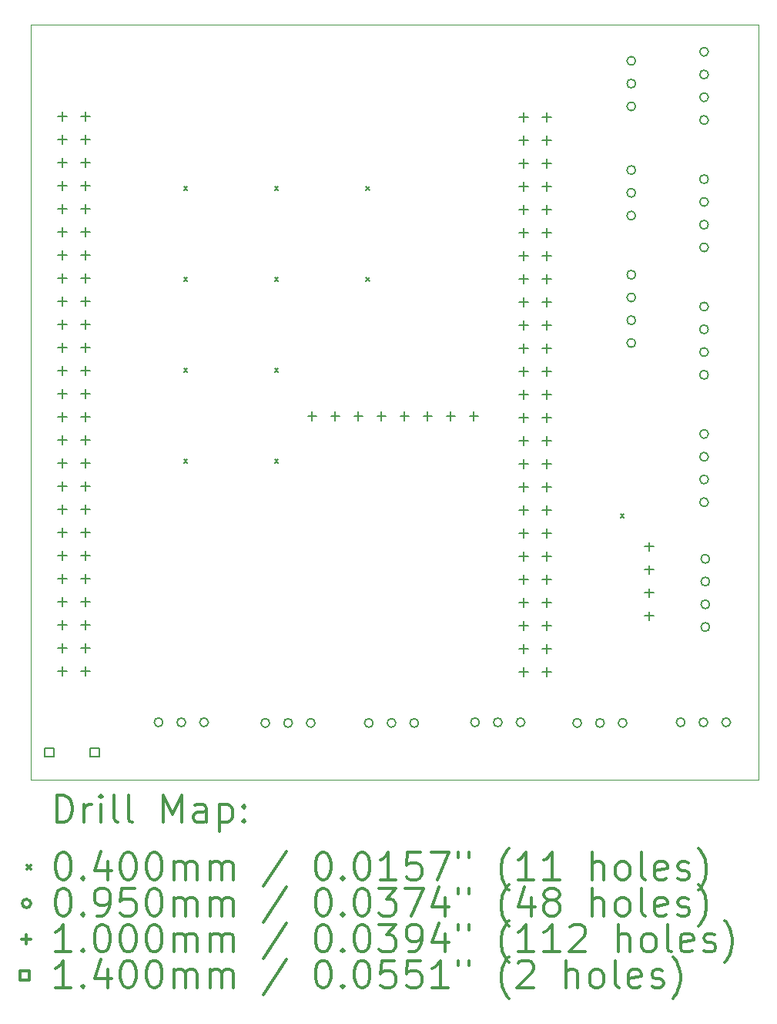
<source format=gbr>
%FSLAX45Y45*%
G04 Gerber Fmt 4.5, Leading zero omitted, Abs format (unit mm)*
G04 Created by KiCad (PCBNEW (5.1.10)-1) date 2022-05-23 20:21:30*
%MOMM*%
%LPD*%
G01*
G04 APERTURE LIST*
%TA.AperFunction,Profile*%
%ADD10C,0.050000*%
%TD*%
%ADD11C,0.200000*%
%ADD12C,0.300000*%
G04 APERTURE END LIST*
D10*
X17300000Y-6200000D02*
X25300000Y-6200000D01*
X17300000Y-14500000D02*
X17300000Y-6200000D01*
X25300000Y-14500000D02*
X17300000Y-14500000D01*
X25300000Y-6200000D02*
X25300000Y-14500000D01*
D11*
X18980000Y-7980000D02*
X19020000Y-8020000D01*
X19020000Y-7980000D02*
X18980000Y-8020000D01*
X18980000Y-8980000D02*
X19020000Y-9020000D01*
X19020000Y-8980000D02*
X18980000Y-9020000D01*
X18980000Y-9980000D02*
X19020000Y-10020000D01*
X19020000Y-9980000D02*
X18980000Y-10020000D01*
X18980000Y-10980000D02*
X19020000Y-11020000D01*
X19020000Y-10980000D02*
X18980000Y-11020000D01*
X19980000Y-7980000D02*
X20020000Y-8020000D01*
X20020000Y-7980000D02*
X19980000Y-8020000D01*
X19980000Y-8980000D02*
X20020000Y-9020000D01*
X20020000Y-8980000D02*
X19980000Y-9020000D01*
X19980000Y-9980000D02*
X20020000Y-10020000D01*
X20020000Y-9980000D02*
X19980000Y-10020000D01*
X19980000Y-10980000D02*
X20020000Y-11020000D01*
X20020000Y-10980000D02*
X19980000Y-11020000D01*
X20980000Y-7980000D02*
X21020000Y-8020000D01*
X21020000Y-7980000D02*
X20980000Y-8020000D01*
X20980000Y-8980000D02*
X21020000Y-9020000D01*
X21020000Y-8980000D02*
X20980000Y-9020000D01*
X23780000Y-11580000D02*
X23820000Y-11620000D01*
X23820000Y-11580000D02*
X23780000Y-11620000D01*
X18749900Y-13868400D02*
G75*
G03*
X18749900Y-13868400I-47500J0D01*
G01*
X18999900Y-13868400D02*
G75*
G03*
X18999900Y-13868400I-47500J0D01*
G01*
X19249900Y-13868400D02*
G75*
G03*
X19249900Y-13868400I-47500J0D01*
G01*
X19924100Y-13875400D02*
G75*
G03*
X19924100Y-13875400I-47500J0D01*
G01*
X20174100Y-13875400D02*
G75*
G03*
X20174100Y-13875400I-47500J0D01*
G01*
X20424100Y-13875400D02*
G75*
G03*
X20424100Y-13875400I-47500J0D01*
G01*
X21061300Y-13875400D02*
G75*
G03*
X21061300Y-13875400I-47500J0D01*
G01*
X21311300Y-13875400D02*
G75*
G03*
X21311300Y-13875400I-47500J0D01*
G01*
X21561300Y-13875400D02*
G75*
G03*
X21561300Y-13875400I-47500J0D01*
G01*
X22229700Y-13868400D02*
G75*
G03*
X22229700Y-13868400I-47500J0D01*
G01*
X22479700Y-13868400D02*
G75*
G03*
X22479700Y-13868400I-47500J0D01*
G01*
X22729700Y-13868400D02*
G75*
G03*
X22729700Y-13868400I-47500J0D01*
G01*
X23353100Y-13875400D02*
G75*
G03*
X23353100Y-13875400I-47500J0D01*
G01*
X23603100Y-13875400D02*
G75*
G03*
X23603100Y-13875400I-47500J0D01*
G01*
X23853100Y-13875400D02*
G75*
G03*
X23853100Y-13875400I-47500J0D01*
G01*
X23947500Y-6600000D02*
G75*
G03*
X23947500Y-6600000I-47500J0D01*
G01*
X23947500Y-6850000D02*
G75*
G03*
X23947500Y-6850000I-47500J0D01*
G01*
X23947500Y-7100000D02*
G75*
G03*
X23947500Y-7100000I-47500J0D01*
G01*
X23947500Y-7800000D02*
G75*
G03*
X23947500Y-7800000I-47500J0D01*
G01*
X23947500Y-8050000D02*
G75*
G03*
X23947500Y-8050000I-47500J0D01*
G01*
X23947500Y-8300000D02*
G75*
G03*
X23947500Y-8300000I-47500J0D01*
G01*
X23947500Y-8950000D02*
G75*
G03*
X23947500Y-8950000I-47500J0D01*
G01*
X23947500Y-9200000D02*
G75*
G03*
X23947500Y-9200000I-47500J0D01*
G01*
X23947500Y-9450000D02*
G75*
G03*
X23947500Y-9450000I-47500J0D01*
G01*
X23947500Y-9700000D02*
G75*
G03*
X23947500Y-9700000I-47500J0D01*
G01*
X24490300Y-13868400D02*
G75*
G03*
X24490300Y-13868400I-47500J0D01*
G01*
X24740300Y-13868400D02*
G75*
G03*
X24740300Y-13868400I-47500J0D01*
G01*
X24747500Y-6500000D02*
G75*
G03*
X24747500Y-6500000I-47500J0D01*
G01*
X24747500Y-6750000D02*
G75*
G03*
X24747500Y-6750000I-47500J0D01*
G01*
X24747500Y-7000000D02*
G75*
G03*
X24747500Y-7000000I-47500J0D01*
G01*
X24747500Y-7250000D02*
G75*
G03*
X24747500Y-7250000I-47500J0D01*
G01*
X24747500Y-7900000D02*
G75*
G03*
X24747500Y-7900000I-47500J0D01*
G01*
X24747500Y-8150000D02*
G75*
G03*
X24747500Y-8150000I-47500J0D01*
G01*
X24747500Y-8400000D02*
G75*
G03*
X24747500Y-8400000I-47500J0D01*
G01*
X24747500Y-8650000D02*
G75*
G03*
X24747500Y-8650000I-47500J0D01*
G01*
X24747500Y-9300000D02*
G75*
G03*
X24747500Y-9300000I-47500J0D01*
G01*
X24747500Y-9550000D02*
G75*
G03*
X24747500Y-9550000I-47500J0D01*
G01*
X24747500Y-9800000D02*
G75*
G03*
X24747500Y-9800000I-47500J0D01*
G01*
X24747500Y-10050000D02*
G75*
G03*
X24747500Y-10050000I-47500J0D01*
G01*
X24747500Y-10700000D02*
G75*
G03*
X24747500Y-10700000I-47500J0D01*
G01*
X24747500Y-10950000D02*
G75*
G03*
X24747500Y-10950000I-47500J0D01*
G01*
X24747500Y-11200000D02*
G75*
G03*
X24747500Y-11200000I-47500J0D01*
G01*
X24747500Y-11450000D02*
G75*
G03*
X24747500Y-11450000I-47500J0D01*
G01*
X24761700Y-12071400D02*
G75*
G03*
X24761700Y-12071400I-47500J0D01*
G01*
X24761700Y-12321400D02*
G75*
G03*
X24761700Y-12321400I-47500J0D01*
G01*
X24761700Y-12571400D02*
G75*
G03*
X24761700Y-12571400I-47500J0D01*
G01*
X24761700Y-12821400D02*
G75*
G03*
X24761700Y-12821400I-47500J0D01*
G01*
X24990300Y-13868400D02*
G75*
G03*
X24990300Y-13868400I-47500J0D01*
G01*
X17642400Y-7160600D02*
X17642400Y-7260600D01*
X17592400Y-7210600D02*
X17692400Y-7210600D01*
X17642400Y-7414600D02*
X17642400Y-7514600D01*
X17592400Y-7464600D02*
X17692400Y-7464600D01*
X17642400Y-7668600D02*
X17642400Y-7768600D01*
X17592400Y-7718600D02*
X17692400Y-7718600D01*
X17642400Y-7922600D02*
X17642400Y-8022600D01*
X17592400Y-7972600D02*
X17692400Y-7972600D01*
X17642400Y-8176600D02*
X17642400Y-8276600D01*
X17592400Y-8226600D02*
X17692400Y-8226600D01*
X17642400Y-8430600D02*
X17642400Y-8530600D01*
X17592400Y-8480600D02*
X17692400Y-8480600D01*
X17642400Y-8684600D02*
X17642400Y-8784600D01*
X17592400Y-8734600D02*
X17692400Y-8734600D01*
X17642400Y-8938600D02*
X17642400Y-9038600D01*
X17592400Y-8988600D02*
X17692400Y-8988600D01*
X17642400Y-9192600D02*
X17642400Y-9292600D01*
X17592400Y-9242600D02*
X17692400Y-9242600D01*
X17642400Y-9446600D02*
X17642400Y-9546600D01*
X17592400Y-9496600D02*
X17692400Y-9496600D01*
X17642400Y-9700600D02*
X17642400Y-9800600D01*
X17592400Y-9750600D02*
X17692400Y-9750600D01*
X17642400Y-9954600D02*
X17642400Y-10054600D01*
X17592400Y-10004600D02*
X17692400Y-10004600D01*
X17642400Y-10208600D02*
X17642400Y-10308600D01*
X17592400Y-10258600D02*
X17692400Y-10258600D01*
X17642400Y-10462600D02*
X17642400Y-10562600D01*
X17592400Y-10512600D02*
X17692400Y-10512600D01*
X17642400Y-10716600D02*
X17642400Y-10816600D01*
X17592400Y-10766600D02*
X17692400Y-10766600D01*
X17642400Y-10970600D02*
X17642400Y-11070600D01*
X17592400Y-11020600D02*
X17692400Y-11020600D01*
X17642400Y-11224600D02*
X17642400Y-11324600D01*
X17592400Y-11274600D02*
X17692400Y-11274600D01*
X17642400Y-11478600D02*
X17642400Y-11578600D01*
X17592400Y-11528600D02*
X17692400Y-11528600D01*
X17642400Y-11732600D02*
X17642400Y-11832600D01*
X17592400Y-11782600D02*
X17692400Y-11782600D01*
X17642400Y-11986600D02*
X17642400Y-12086600D01*
X17592400Y-12036600D02*
X17692400Y-12036600D01*
X17642400Y-12240600D02*
X17642400Y-12340600D01*
X17592400Y-12290600D02*
X17692400Y-12290600D01*
X17642400Y-12494600D02*
X17642400Y-12594600D01*
X17592400Y-12544600D02*
X17692400Y-12544600D01*
X17642400Y-12748600D02*
X17642400Y-12848600D01*
X17592400Y-12798600D02*
X17692400Y-12798600D01*
X17642400Y-13002600D02*
X17642400Y-13102600D01*
X17592400Y-13052600D02*
X17692400Y-13052600D01*
X17642400Y-13256600D02*
X17642400Y-13356600D01*
X17592400Y-13306600D02*
X17692400Y-13306600D01*
X17896400Y-7160600D02*
X17896400Y-7260600D01*
X17846400Y-7210600D02*
X17946400Y-7210600D01*
X17896400Y-7414600D02*
X17896400Y-7514600D01*
X17846400Y-7464600D02*
X17946400Y-7464600D01*
X17896400Y-7668600D02*
X17896400Y-7768600D01*
X17846400Y-7718600D02*
X17946400Y-7718600D01*
X17896400Y-7922600D02*
X17896400Y-8022600D01*
X17846400Y-7972600D02*
X17946400Y-7972600D01*
X17896400Y-8176600D02*
X17896400Y-8276600D01*
X17846400Y-8226600D02*
X17946400Y-8226600D01*
X17896400Y-8430600D02*
X17896400Y-8530600D01*
X17846400Y-8480600D02*
X17946400Y-8480600D01*
X17896400Y-8684600D02*
X17896400Y-8784600D01*
X17846400Y-8734600D02*
X17946400Y-8734600D01*
X17896400Y-8938600D02*
X17896400Y-9038600D01*
X17846400Y-8988600D02*
X17946400Y-8988600D01*
X17896400Y-9192600D02*
X17896400Y-9292600D01*
X17846400Y-9242600D02*
X17946400Y-9242600D01*
X17896400Y-9446600D02*
X17896400Y-9546600D01*
X17846400Y-9496600D02*
X17946400Y-9496600D01*
X17896400Y-9700600D02*
X17896400Y-9800600D01*
X17846400Y-9750600D02*
X17946400Y-9750600D01*
X17896400Y-9954600D02*
X17896400Y-10054600D01*
X17846400Y-10004600D02*
X17946400Y-10004600D01*
X17896400Y-10208600D02*
X17896400Y-10308600D01*
X17846400Y-10258600D02*
X17946400Y-10258600D01*
X17896400Y-10462600D02*
X17896400Y-10562600D01*
X17846400Y-10512600D02*
X17946400Y-10512600D01*
X17896400Y-10716600D02*
X17896400Y-10816600D01*
X17846400Y-10766600D02*
X17946400Y-10766600D01*
X17896400Y-10970600D02*
X17896400Y-11070600D01*
X17846400Y-11020600D02*
X17946400Y-11020600D01*
X17896400Y-11224600D02*
X17896400Y-11324600D01*
X17846400Y-11274600D02*
X17946400Y-11274600D01*
X17896400Y-11478600D02*
X17896400Y-11578600D01*
X17846400Y-11528600D02*
X17946400Y-11528600D01*
X17896400Y-11732600D02*
X17896400Y-11832600D01*
X17846400Y-11782600D02*
X17946400Y-11782600D01*
X17896400Y-11986600D02*
X17896400Y-12086600D01*
X17846400Y-12036600D02*
X17946400Y-12036600D01*
X17896400Y-12240600D02*
X17896400Y-12340600D01*
X17846400Y-12290600D02*
X17946400Y-12290600D01*
X17896400Y-12494600D02*
X17896400Y-12594600D01*
X17846400Y-12544600D02*
X17946400Y-12544600D01*
X17896400Y-12748600D02*
X17896400Y-12848600D01*
X17846400Y-12798600D02*
X17946400Y-12798600D01*
X17896400Y-13002600D02*
X17896400Y-13102600D01*
X17846400Y-13052600D02*
X17946400Y-13052600D01*
X17896400Y-13256600D02*
X17896400Y-13356600D01*
X17846400Y-13306600D02*
X17946400Y-13306600D01*
X20392000Y-10450000D02*
X20392000Y-10550000D01*
X20342000Y-10500000D02*
X20442000Y-10500000D01*
X20646000Y-10450000D02*
X20646000Y-10550000D01*
X20596000Y-10500000D02*
X20696000Y-10500000D01*
X20900000Y-10450000D02*
X20900000Y-10550000D01*
X20850000Y-10500000D02*
X20950000Y-10500000D01*
X21154000Y-10450000D02*
X21154000Y-10550000D01*
X21104000Y-10500000D02*
X21204000Y-10500000D01*
X21408000Y-10450000D02*
X21408000Y-10550000D01*
X21358000Y-10500000D02*
X21458000Y-10500000D01*
X21662000Y-10450000D02*
X21662000Y-10550000D01*
X21612000Y-10500000D02*
X21712000Y-10500000D01*
X21916000Y-10450000D02*
X21916000Y-10550000D01*
X21866000Y-10500000D02*
X21966000Y-10500000D01*
X22170000Y-10450000D02*
X22170000Y-10550000D01*
X22120000Y-10500000D02*
X22220000Y-10500000D01*
X22718400Y-7168600D02*
X22718400Y-7268600D01*
X22668400Y-7218600D02*
X22768400Y-7218600D01*
X22718400Y-7422600D02*
X22718400Y-7522600D01*
X22668400Y-7472600D02*
X22768400Y-7472600D01*
X22718400Y-7676600D02*
X22718400Y-7776600D01*
X22668400Y-7726600D02*
X22768400Y-7726600D01*
X22718400Y-7930600D02*
X22718400Y-8030600D01*
X22668400Y-7980600D02*
X22768400Y-7980600D01*
X22718400Y-8184600D02*
X22718400Y-8284600D01*
X22668400Y-8234600D02*
X22768400Y-8234600D01*
X22718400Y-8438600D02*
X22718400Y-8538600D01*
X22668400Y-8488600D02*
X22768400Y-8488600D01*
X22718400Y-8692600D02*
X22718400Y-8792600D01*
X22668400Y-8742600D02*
X22768400Y-8742600D01*
X22718400Y-8946600D02*
X22718400Y-9046600D01*
X22668400Y-8996600D02*
X22768400Y-8996600D01*
X22718400Y-9200600D02*
X22718400Y-9300600D01*
X22668400Y-9250600D02*
X22768400Y-9250600D01*
X22718400Y-9454600D02*
X22718400Y-9554600D01*
X22668400Y-9504600D02*
X22768400Y-9504600D01*
X22718400Y-9708600D02*
X22718400Y-9808600D01*
X22668400Y-9758600D02*
X22768400Y-9758600D01*
X22718400Y-9962600D02*
X22718400Y-10062600D01*
X22668400Y-10012600D02*
X22768400Y-10012600D01*
X22718400Y-10216600D02*
X22718400Y-10316600D01*
X22668400Y-10266600D02*
X22768400Y-10266600D01*
X22718400Y-10470600D02*
X22718400Y-10570600D01*
X22668400Y-10520600D02*
X22768400Y-10520600D01*
X22718400Y-10724600D02*
X22718400Y-10824600D01*
X22668400Y-10774600D02*
X22768400Y-10774600D01*
X22718400Y-10978600D02*
X22718400Y-11078600D01*
X22668400Y-11028600D02*
X22768400Y-11028600D01*
X22718400Y-11232600D02*
X22718400Y-11332600D01*
X22668400Y-11282600D02*
X22768400Y-11282600D01*
X22718400Y-11486600D02*
X22718400Y-11586600D01*
X22668400Y-11536600D02*
X22768400Y-11536600D01*
X22718400Y-11740600D02*
X22718400Y-11840600D01*
X22668400Y-11790600D02*
X22768400Y-11790600D01*
X22718400Y-11994600D02*
X22718400Y-12094600D01*
X22668400Y-12044600D02*
X22768400Y-12044600D01*
X22718400Y-12248600D02*
X22718400Y-12348600D01*
X22668400Y-12298600D02*
X22768400Y-12298600D01*
X22718400Y-12502600D02*
X22718400Y-12602600D01*
X22668400Y-12552600D02*
X22768400Y-12552600D01*
X22718400Y-12756600D02*
X22718400Y-12856600D01*
X22668400Y-12806600D02*
X22768400Y-12806600D01*
X22718400Y-13010600D02*
X22718400Y-13110600D01*
X22668400Y-13060600D02*
X22768400Y-13060600D01*
X22718400Y-13264600D02*
X22718400Y-13364600D01*
X22668400Y-13314600D02*
X22768400Y-13314600D01*
X22972400Y-7168600D02*
X22972400Y-7268600D01*
X22922400Y-7218600D02*
X23022400Y-7218600D01*
X22972400Y-7422600D02*
X22972400Y-7522600D01*
X22922400Y-7472600D02*
X23022400Y-7472600D01*
X22972400Y-7676600D02*
X22972400Y-7776600D01*
X22922400Y-7726600D02*
X23022400Y-7726600D01*
X22972400Y-7930600D02*
X22972400Y-8030600D01*
X22922400Y-7980600D02*
X23022400Y-7980600D01*
X22972400Y-8184600D02*
X22972400Y-8284600D01*
X22922400Y-8234600D02*
X23022400Y-8234600D01*
X22972400Y-8438600D02*
X22972400Y-8538600D01*
X22922400Y-8488600D02*
X23022400Y-8488600D01*
X22972400Y-8692600D02*
X22972400Y-8792600D01*
X22922400Y-8742600D02*
X23022400Y-8742600D01*
X22972400Y-8946600D02*
X22972400Y-9046600D01*
X22922400Y-8996600D02*
X23022400Y-8996600D01*
X22972400Y-9200600D02*
X22972400Y-9300600D01*
X22922400Y-9250600D02*
X23022400Y-9250600D01*
X22972400Y-9454600D02*
X22972400Y-9554600D01*
X22922400Y-9504600D02*
X23022400Y-9504600D01*
X22972400Y-9708600D02*
X22972400Y-9808600D01*
X22922400Y-9758600D02*
X23022400Y-9758600D01*
X22972400Y-9962600D02*
X22972400Y-10062600D01*
X22922400Y-10012600D02*
X23022400Y-10012600D01*
X22972400Y-10216600D02*
X22972400Y-10316600D01*
X22922400Y-10266600D02*
X23022400Y-10266600D01*
X22972400Y-10470600D02*
X22972400Y-10570600D01*
X22922400Y-10520600D02*
X23022400Y-10520600D01*
X22972400Y-10724600D02*
X22972400Y-10824600D01*
X22922400Y-10774600D02*
X23022400Y-10774600D01*
X22972400Y-10978600D02*
X22972400Y-11078600D01*
X22922400Y-11028600D02*
X23022400Y-11028600D01*
X22972400Y-11232600D02*
X22972400Y-11332600D01*
X22922400Y-11282600D02*
X23022400Y-11282600D01*
X22972400Y-11486600D02*
X22972400Y-11586600D01*
X22922400Y-11536600D02*
X23022400Y-11536600D01*
X22972400Y-11740600D02*
X22972400Y-11840600D01*
X22922400Y-11790600D02*
X23022400Y-11790600D01*
X22972400Y-11994600D02*
X22972400Y-12094600D01*
X22922400Y-12044600D02*
X23022400Y-12044600D01*
X22972400Y-12248600D02*
X22972400Y-12348600D01*
X22922400Y-12298600D02*
X23022400Y-12298600D01*
X22972400Y-12502600D02*
X22972400Y-12602600D01*
X22922400Y-12552600D02*
X23022400Y-12552600D01*
X22972400Y-12756600D02*
X22972400Y-12856600D01*
X22922400Y-12806600D02*
X23022400Y-12806600D01*
X22972400Y-13010600D02*
X22972400Y-13110600D01*
X22922400Y-13060600D02*
X23022400Y-13060600D01*
X22972400Y-13264600D02*
X22972400Y-13364600D01*
X22922400Y-13314600D02*
X23022400Y-13314600D01*
X24100000Y-11888000D02*
X24100000Y-11988000D01*
X24050000Y-11938000D02*
X24150000Y-11938000D01*
X24100000Y-12142000D02*
X24100000Y-12242000D01*
X24050000Y-12192000D02*
X24150000Y-12192000D01*
X24100000Y-12396000D02*
X24100000Y-12496000D01*
X24050000Y-12446000D02*
X24150000Y-12446000D01*
X24100000Y-12650000D02*
X24100000Y-12750000D01*
X24050000Y-12700000D02*
X24150000Y-12700000D01*
X17549498Y-14249498D02*
X17549498Y-14150502D01*
X17450502Y-14150502D01*
X17450502Y-14249498D01*
X17549498Y-14249498D01*
X18049498Y-14249498D02*
X18049498Y-14150502D01*
X17950502Y-14150502D01*
X17950502Y-14249498D01*
X18049498Y-14249498D01*
D12*
X17583928Y-14968214D02*
X17583928Y-14668214D01*
X17655357Y-14668214D01*
X17698214Y-14682500D01*
X17726786Y-14711071D01*
X17741071Y-14739643D01*
X17755357Y-14796786D01*
X17755357Y-14839643D01*
X17741071Y-14896786D01*
X17726786Y-14925357D01*
X17698214Y-14953929D01*
X17655357Y-14968214D01*
X17583928Y-14968214D01*
X17883928Y-14968214D02*
X17883928Y-14768214D01*
X17883928Y-14825357D02*
X17898214Y-14796786D01*
X17912500Y-14782500D01*
X17941071Y-14768214D01*
X17969643Y-14768214D01*
X18069643Y-14968214D02*
X18069643Y-14768214D01*
X18069643Y-14668214D02*
X18055357Y-14682500D01*
X18069643Y-14696786D01*
X18083928Y-14682500D01*
X18069643Y-14668214D01*
X18069643Y-14696786D01*
X18255357Y-14968214D02*
X18226786Y-14953929D01*
X18212500Y-14925357D01*
X18212500Y-14668214D01*
X18412500Y-14968214D02*
X18383928Y-14953929D01*
X18369643Y-14925357D01*
X18369643Y-14668214D01*
X18755357Y-14968214D02*
X18755357Y-14668214D01*
X18855357Y-14882500D01*
X18955357Y-14668214D01*
X18955357Y-14968214D01*
X19226786Y-14968214D02*
X19226786Y-14811071D01*
X19212500Y-14782500D01*
X19183928Y-14768214D01*
X19126786Y-14768214D01*
X19098214Y-14782500D01*
X19226786Y-14953929D02*
X19198214Y-14968214D01*
X19126786Y-14968214D01*
X19098214Y-14953929D01*
X19083928Y-14925357D01*
X19083928Y-14896786D01*
X19098214Y-14868214D01*
X19126786Y-14853929D01*
X19198214Y-14853929D01*
X19226786Y-14839643D01*
X19369643Y-14768214D02*
X19369643Y-15068214D01*
X19369643Y-14782500D02*
X19398214Y-14768214D01*
X19455357Y-14768214D01*
X19483928Y-14782500D01*
X19498214Y-14796786D01*
X19512500Y-14825357D01*
X19512500Y-14911071D01*
X19498214Y-14939643D01*
X19483928Y-14953929D01*
X19455357Y-14968214D01*
X19398214Y-14968214D01*
X19369643Y-14953929D01*
X19641071Y-14939643D02*
X19655357Y-14953929D01*
X19641071Y-14968214D01*
X19626786Y-14953929D01*
X19641071Y-14939643D01*
X19641071Y-14968214D01*
X19641071Y-14782500D02*
X19655357Y-14796786D01*
X19641071Y-14811071D01*
X19626786Y-14796786D01*
X19641071Y-14782500D01*
X19641071Y-14811071D01*
X17257500Y-15442500D02*
X17297500Y-15482500D01*
X17297500Y-15442500D02*
X17257500Y-15482500D01*
X17641071Y-15298214D02*
X17669643Y-15298214D01*
X17698214Y-15312500D01*
X17712500Y-15326786D01*
X17726786Y-15355357D01*
X17741071Y-15412500D01*
X17741071Y-15483929D01*
X17726786Y-15541071D01*
X17712500Y-15569643D01*
X17698214Y-15583929D01*
X17669643Y-15598214D01*
X17641071Y-15598214D01*
X17612500Y-15583929D01*
X17598214Y-15569643D01*
X17583928Y-15541071D01*
X17569643Y-15483929D01*
X17569643Y-15412500D01*
X17583928Y-15355357D01*
X17598214Y-15326786D01*
X17612500Y-15312500D01*
X17641071Y-15298214D01*
X17869643Y-15569643D02*
X17883928Y-15583929D01*
X17869643Y-15598214D01*
X17855357Y-15583929D01*
X17869643Y-15569643D01*
X17869643Y-15598214D01*
X18141071Y-15398214D02*
X18141071Y-15598214D01*
X18069643Y-15283929D02*
X17998214Y-15498214D01*
X18183928Y-15498214D01*
X18355357Y-15298214D02*
X18383928Y-15298214D01*
X18412500Y-15312500D01*
X18426786Y-15326786D01*
X18441071Y-15355357D01*
X18455357Y-15412500D01*
X18455357Y-15483929D01*
X18441071Y-15541071D01*
X18426786Y-15569643D01*
X18412500Y-15583929D01*
X18383928Y-15598214D01*
X18355357Y-15598214D01*
X18326786Y-15583929D01*
X18312500Y-15569643D01*
X18298214Y-15541071D01*
X18283928Y-15483929D01*
X18283928Y-15412500D01*
X18298214Y-15355357D01*
X18312500Y-15326786D01*
X18326786Y-15312500D01*
X18355357Y-15298214D01*
X18641071Y-15298214D02*
X18669643Y-15298214D01*
X18698214Y-15312500D01*
X18712500Y-15326786D01*
X18726786Y-15355357D01*
X18741071Y-15412500D01*
X18741071Y-15483929D01*
X18726786Y-15541071D01*
X18712500Y-15569643D01*
X18698214Y-15583929D01*
X18669643Y-15598214D01*
X18641071Y-15598214D01*
X18612500Y-15583929D01*
X18598214Y-15569643D01*
X18583928Y-15541071D01*
X18569643Y-15483929D01*
X18569643Y-15412500D01*
X18583928Y-15355357D01*
X18598214Y-15326786D01*
X18612500Y-15312500D01*
X18641071Y-15298214D01*
X18869643Y-15598214D02*
X18869643Y-15398214D01*
X18869643Y-15426786D02*
X18883928Y-15412500D01*
X18912500Y-15398214D01*
X18955357Y-15398214D01*
X18983928Y-15412500D01*
X18998214Y-15441071D01*
X18998214Y-15598214D01*
X18998214Y-15441071D02*
X19012500Y-15412500D01*
X19041071Y-15398214D01*
X19083928Y-15398214D01*
X19112500Y-15412500D01*
X19126786Y-15441071D01*
X19126786Y-15598214D01*
X19269643Y-15598214D02*
X19269643Y-15398214D01*
X19269643Y-15426786D02*
X19283928Y-15412500D01*
X19312500Y-15398214D01*
X19355357Y-15398214D01*
X19383928Y-15412500D01*
X19398214Y-15441071D01*
X19398214Y-15598214D01*
X19398214Y-15441071D02*
X19412500Y-15412500D01*
X19441071Y-15398214D01*
X19483928Y-15398214D01*
X19512500Y-15412500D01*
X19526786Y-15441071D01*
X19526786Y-15598214D01*
X20112500Y-15283929D02*
X19855357Y-15669643D01*
X20498214Y-15298214D02*
X20526786Y-15298214D01*
X20555357Y-15312500D01*
X20569643Y-15326786D01*
X20583928Y-15355357D01*
X20598214Y-15412500D01*
X20598214Y-15483929D01*
X20583928Y-15541071D01*
X20569643Y-15569643D01*
X20555357Y-15583929D01*
X20526786Y-15598214D01*
X20498214Y-15598214D01*
X20469643Y-15583929D01*
X20455357Y-15569643D01*
X20441071Y-15541071D01*
X20426786Y-15483929D01*
X20426786Y-15412500D01*
X20441071Y-15355357D01*
X20455357Y-15326786D01*
X20469643Y-15312500D01*
X20498214Y-15298214D01*
X20726786Y-15569643D02*
X20741071Y-15583929D01*
X20726786Y-15598214D01*
X20712500Y-15583929D01*
X20726786Y-15569643D01*
X20726786Y-15598214D01*
X20926786Y-15298214D02*
X20955357Y-15298214D01*
X20983928Y-15312500D01*
X20998214Y-15326786D01*
X21012500Y-15355357D01*
X21026786Y-15412500D01*
X21026786Y-15483929D01*
X21012500Y-15541071D01*
X20998214Y-15569643D01*
X20983928Y-15583929D01*
X20955357Y-15598214D01*
X20926786Y-15598214D01*
X20898214Y-15583929D01*
X20883928Y-15569643D01*
X20869643Y-15541071D01*
X20855357Y-15483929D01*
X20855357Y-15412500D01*
X20869643Y-15355357D01*
X20883928Y-15326786D01*
X20898214Y-15312500D01*
X20926786Y-15298214D01*
X21312500Y-15598214D02*
X21141071Y-15598214D01*
X21226786Y-15598214D02*
X21226786Y-15298214D01*
X21198214Y-15341071D01*
X21169643Y-15369643D01*
X21141071Y-15383929D01*
X21583928Y-15298214D02*
X21441071Y-15298214D01*
X21426786Y-15441071D01*
X21441071Y-15426786D01*
X21469643Y-15412500D01*
X21541071Y-15412500D01*
X21569643Y-15426786D01*
X21583928Y-15441071D01*
X21598214Y-15469643D01*
X21598214Y-15541071D01*
X21583928Y-15569643D01*
X21569643Y-15583929D01*
X21541071Y-15598214D01*
X21469643Y-15598214D01*
X21441071Y-15583929D01*
X21426786Y-15569643D01*
X21698214Y-15298214D02*
X21898214Y-15298214D01*
X21769643Y-15598214D01*
X21998214Y-15298214D02*
X21998214Y-15355357D01*
X22112500Y-15298214D02*
X22112500Y-15355357D01*
X22555357Y-15712500D02*
X22541071Y-15698214D01*
X22512500Y-15655357D01*
X22498214Y-15626786D01*
X22483928Y-15583929D01*
X22469643Y-15512500D01*
X22469643Y-15455357D01*
X22483928Y-15383929D01*
X22498214Y-15341071D01*
X22512500Y-15312500D01*
X22541071Y-15269643D01*
X22555357Y-15255357D01*
X22826786Y-15598214D02*
X22655357Y-15598214D01*
X22741071Y-15598214D02*
X22741071Y-15298214D01*
X22712500Y-15341071D01*
X22683928Y-15369643D01*
X22655357Y-15383929D01*
X23112500Y-15598214D02*
X22941071Y-15598214D01*
X23026786Y-15598214D02*
X23026786Y-15298214D01*
X22998214Y-15341071D01*
X22969643Y-15369643D01*
X22941071Y-15383929D01*
X23469643Y-15598214D02*
X23469643Y-15298214D01*
X23598214Y-15598214D02*
X23598214Y-15441071D01*
X23583928Y-15412500D01*
X23555357Y-15398214D01*
X23512500Y-15398214D01*
X23483928Y-15412500D01*
X23469643Y-15426786D01*
X23783928Y-15598214D02*
X23755357Y-15583929D01*
X23741071Y-15569643D01*
X23726786Y-15541071D01*
X23726786Y-15455357D01*
X23741071Y-15426786D01*
X23755357Y-15412500D01*
X23783928Y-15398214D01*
X23826786Y-15398214D01*
X23855357Y-15412500D01*
X23869643Y-15426786D01*
X23883928Y-15455357D01*
X23883928Y-15541071D01*
X23869643Y-15569643D01*
X23855357Y-15583929D01*
X23826786Y-15598214D01*
X23783928Y-15598214D01*
X24055357Y-15598214D02*
X24026786Y-15583929D01*
X24012500Y-15555357D01*
X24012500Y-15298214D01*
X24283928Y-15583929D02*
X24255357Y-15598214D01*
X24198214Y-15598214D01*
X24169643Y-15583929D01*
X24155357Y-15555357D01*
X24155357Y-15441071D01*
X24169643Y-15412500D01*
X24198214Y-15398214D01*
X24255357Y-15398214D01*
X24283928Y-15412500D01*
X24298214Y-15441071D01*
X24298214Y-15469643D01*
X24155357Y-15498214D01*
X24412500Y-15583929D02*
X24441071Y-15598214D01*
X24498214Y-15598214D01*
X24526786Y-15583929D01*
X24541071Y-15555357D01*
X24541071Y-15541071D01*
X24526786Y-15512500D01*
X24498214Y-15498214D01*
X24455357Y-15498214D01*
X24426786Y-15483929D01*
X24412500Y-15455357D01*
X24412500Y-15441071D01*
X24426786Y-15412500D01*
X24455357Y-15398214D01*
X24498214Y-15398214D01*
X24526786Y-15412500D01*
X24641071Y-15712500D02*
X24655357Y-15698214D01*
X24683928Y-15655357D01*
X24698214Y-15626786D01*
X24712500Y-15583929D01*
X24726786Y-15512500D01*
X24726786Y-15455357D01*
X24712500Y-15383929D01*
X24698214Y-15341071D01*
X24683928Y-15312500D01*
X24655357Y-15269643D01*
X24641071Y-15255357D01*
X17297500Y-15858500D02*
G75*
G03*
X17297500Y-15858500I-47500J0D01*
G01*
X17641071Y-15694214D02*
X17669643Y-15694214D01*
X17698214Y-15708500D01*
X17712500Y-15722786D01*
X17726786Y-15751357D01*
X17741071Y-15808500D01*
X17741071Y-15879929D01*
X17726786Y-15937071D01*
X17712500Y-15965643D01*
X17698214Y-15979929D01*
X17669643Y-15994214D01*
X17641071Y-15994214D01*
X17612500Y-15979929D01*
X17598214Y-15965643D01*
X17583928Y-15937071D01*
X17569643Y-15879929D01*
X17569643Y-15808500D01*
X17583928Y-15751357D01*
X17598214Y-15722786D01*
X17612500Y-15708500D01*
X17641071Y-15694214D01*
X17869643Y-15965643D02*
X17883928Y-15979929D01*
X17869643Y-15994214D01*
X17855357Y-15979929D01*
X17869643Y-15965643D01*
X17869643Y-15994214D01*
X18026786Y-15994214D02*
X18083928Y-15994214D01*
X18112500Y-15979929D01*
X18126786Y-15965643D01*
X18155357Y-15922786D01*
X18169643Y-15865643D01*
X18169643Y-15751357D01*
X18155357Y-15722786D01*
X18141071Y-15708500D01*
X18112500Y-15694214D01*
X18055357Y-15694214D01*
X18026786Y-15708500D01*
X18012500Y-15722786D01*
X17998214Y-15751357D01*
X17998214Y-15822786D01*
X18012500Y-15851357D01*
X18026786Y-15865643D01*
X18055357Y-15879929D01*
X18112500Y-15879929D01*
X18141071Y-15865643D01*
X18155357Y-15851357D01*
X18169643Y-15822786D01*
X18441071Y-15694214D02*
X18298214Y-15694214D01*
X18283928Y-15837071D01*
X18298214Y-15822786D01*
X18326786Y-15808500D01*
X18398214Y-15808500D01*
X18426786Y-15822786D01*
X18441071Y-15837071D01*
X18455357Y-15865643D01*
X18455357Y-15937071D01*
X18441071Y-15965643D01*
X18426786Y-15979929D01*
X18398214Y-15994214D01*
X18326786Y-15994214D01*
X18298214Y-15979929D01*
X18283928Y-15965643D01*
X18641071Y-15694214D02*
X18669643Y-15694214D01*
X18698214Y-15708500D01*
X18712500Y-15722786D01*
X18726786Y-15751357D01*
X18741071Y-15808500D01*
X18741071Y-15879929D01*
X18726786Y-15937071D01*
X18712500Y-15965643D01*
X18698214Y-15979929D01*
X18669643Y-15994214D01*
X18641071Y-15994214D01*
X18612500Y-15979929D01*
X18598214Y-15965643D01*
X18583928Y-15937071D01*
X18569643Y-15879929D01*
X18569643Y-15808500D01*
X18583928Y-15751357D01*
X18598214Y-15722786D01*
X18612500Y-15708500D01*
X18641071Y-15694214D01*
X18869643Y-15994214D02*
X18869643Y-15794214D01*
X18869643Y-15822786D02*
X18883928Y-15808500D01*
X18912500Y-15794214D01*
X18955357Y-15794214D01*
X18983928Y-15808500D01*
X18998214Y-15837071D01*
X18998214Y-15994214D01*
X18998214Y-15837071D02*
X19012500Y-15808500D01*
X19041071Y-15794214D01*
X19083928Y-15794214D01*
X19112500Y-15808500D01*
X19126786Y-15837071D01*
X19126786Y-15994214D01*
X19269643Y-15994214D02*
X19269643Y-15794214D01*
X19269643Y-15822786D02*
X19283928Y-15808500D01*
X19312500Y-15794214D01*
X19355357Y-15794214D01*
X19383928Y-15808500D01*
X19398214Y-15837071D01*
X19398214Y-15994214D01*
X19398214Y-15837071D02*
X19412500Y-15808500D01*
X19441071Y-15794214D01*
X19483928Y-15794214D01*
X19512500Y-15808500D01*
X19526786Y-15837071D01*
X19526786Y-15994214D01*
X20112500Y-15679929D02*
X19855357Y-16065643D01*
X20498214Y-15694214D02*
X20526786Y-15694214D01*
X20555357Y-15708500D01*
X20569643Y-15722786D01*
X20583928Y-15751357D01*
X20598214Y-15808500D01*
X20598214Y-15879929D01*
X20583928Y-15937071D01*
X20569643Y-15965643D01*
X20555357Y-15979929D01*
X20526786Y-15994214D01*
X20498214Y-15994214D01*
X20469643Y-15979929D01*
X20455357Y-15965643D01*
X20441071Y-15937071D01*
X20426786Y-15879929D01*
X20426786Y-15808500D01*
X20441071Y-15751357D01*
X20455357Y-15722786D01*
X20469643Y-15708500D01*
X20498214Y-15694214D01*
X20726786Y-15965643D02*
X20741071Y-15979929D01*
X20726786Y-15994214D01*
X20712500Y-15979929D01*
X20726786Y-15965643D01*
X20726786Y-15994214D01*
X20926786Y-15694214D02*
X20955357Y-15694214D01*
X20983928Y-15708500D01*
X20998214Y-15722786D01*
X21012500Y-15751357D01*
X21026786Y-15808500D01*
X21026786Y-15879929D01*
X21012500Y-15937071D01*
X20998214Y-15965643D01*
X20983928Y-15979929D01*
X20955357Y-15994214D01*
X20926786Y-15994214D01*
X20898214Y-15979929D01*
X20883928Y-15965643D01*
X20869643Y-15937071D01*
X20855357Y-15879929D01*
X20855357Y-15808500D01*
X20869643Y-15751357D01*
X20883928Y-15722786D01*
X20898214Y-15708500D01*
X20926786Y-15694214D01*
X21126786Y-15694214D02*
X21312500Y-15694214D01*
X21212500Y-15808500D01*
X21255357Y-15808500D01*
X21283928Y-15822786D01*
X21298214Y-15837071D01*
X21312500Y-15865643D01*
X21312500Y-15937071D01*
X21298214Y-15965643D01*
X21283928Y-15979929D01*
X21255357Y-15994214D01*
X21169643Y-15994214D01*
X21141071Y-15979929D01*
X21126786Y-15965643D01*
X21412500Y-15694214D02*
X21612500Y-15694214D01*
X21483928Y-15994214D01*
X21855357Y-15794214D02*
X21855357Y-15994214D01*
X21783928Y-15679929D02*
X21712500Y-15894214D01*
X21898214Y-15894214D01*
X21998214Y-15694214D02*
X21998214Y-15751357D01*
X22112500Y-15694214D02*
X22112500Y-15751357D01*
X22555357Y-16108500D02*
X22541071Y-16094214D01*
X22512500Y-16051357D01*
X22498214Y-16022786D01*
X22483928Y-15979929D01*
X22469643Y-15908500D01*
X22469643Y-15851357D01*
X22483928Y-15779929D01*
X22498214Y-15737071D01*
X22512500Y-15708500D01*
X22541071Y-15665643D01*
X22555357Y-15651357D01*
X22798214Y-15794214D02*
X22798214Y-15994214D01*
X22726786Y-15679929D02*
X22655357Y-15894214D01*
X22841071Y-15894214D01*
X22998214Y-15822786D02*
X22969643Y-15808500D01*
X22955357Y-15794214D01*
X22941071Y-15765643D01*
X22941071Y-15751357D01*
X22955357Y-15722786D01*
X22969643Y-15708500D01*
X22998214Y-15694214D01*
X23055357Y-15694214D01*
X23083928Y-15708500D01*
X23098214Y-15722786D01*
X23112500Y-15751357D01*
X23112500Y-15765643D01*
X23098214Y-15794214D01*
X23083928Y-15808500D01*
X23055357Y-15822786D01*
X22998214Y-15822786D01*
X22969643Y-15837071D01*
X22955357Y-15851357D01*
X22941071Y-15879929D01*
X22941071Y-15937071D01*
X22955357Y-15965643D01*
X22969643Y-15979929D01*
X22998214Y-15994214D01*
X23055357Y-15994214D01*
X23083928Y-15979929D01*
X23098214Y-15965643D01*
X23112500Y-15937071D01*
X23112500Y-15879929D01*
X23098214Y-15851357D01*
X23083928Y-15837071D01*
X23055357Y-15822786D01*
X23469643Y-15994214D02*
X23469643Y-15694214D01*
X23598214Y-15994214D02*
X23598214Y-15837071D01*
X23583928Y-15808500D01*
X23555357Y-15794214D01*
X23512500Y-15794214D01*
X23483928Y-15808500D01*
X23469643Y-15822786D01*
X23783928Y-15994214D02*
X23755357Y-15979929D01*
X23741071Y-15965643D01*
X23726786Y-15937071D01*
X23726786Y-15851357D01*
X23741071Y-15822786D01*
X23755357Y-15808500D01*
X23783928Y-15794214D01*
X23826786Y-15794214D01*
X23855357Y-15808500D01*
X23869643Y-15822786D01*
X23883928Y-15851357D01*
X23883928Y-15937071D01*
X23869643Y-15965643D01*
X23855357Y-15979929D01*
X23826786Y-15994214D01*
X23783928Y-15994214D01*
X24055357Y-15994214D02*
X24026786Y-15979929D01*
X24012500Y-15951357D01*
X24012500Y-15694214D01*
X24283928Y-15979929D02*
X24255357Y-15994214D01*
X24198214Y-15994214D01*
X24169643Y-15979929D01*
X24155357Y-15951357D01*
X24155357Y-15837071D01*
X24169643Y-15808500D01*
X24198214Y-15794214D01*
X24255357Y-15794214D01*
X24283928Y-15808500D01*
X24298214Y-15837071D01*
X24298214Y-15865643D01*
X24155357Y-15894214D01*
X24412500Y-15979929D02*
X24441071Y-15994214D01*
X24498214Y-15994214D01*
X24526786Y-15979929D01*
X24541071Y-15951357D01*
X24541071Y-15937071D01*
X24526786Y-15908500D01*
X24498214Y-15894214D01*
X24455357Y-15894214D01*
X24426786Y-15879929D01*
X24412500Y-15851357D01*
X24412500Y-15837071D01*
X24426786Y-15808500D01*
X24455357Y-15794214D01*
X24498214Y-15794214D01*
X24526786Y-15808500D01*
X24641071Y-16108500D02*
X24655357Y-16094214D01*
X24683928Y-16051357D01*
X24698214Y-16022786D01*
X24712500Y-15979929D01*
X24726786Y-15908500D01*
X24726786Y-15851357D01*
X24712500Y-15779929D01*
X24698214Y-15737071D01*
X24683928Y-15708500D01*
X24655357Y-15665643D01*
X24641071Y-15651357D01*
X17247500Y-16204500D02*
X17247500Y-16304500D01*
X17197500Y-16254500D02*
X17297500Y-16254500D01*
X17741071Y-16390214D02*
X17569643Y-16390214D01*
X17655357Y-16390214D02*
X17655357Y-16090214D01*
X17626786Y-16133071D01*
X17598214Y-16161643D01*
X17569643Y-16175929D01*
X17869643Y-16361643D02*
X17883928Y-16375929D01*
X17869643Y-16390214D01*
X17855357Y-16375929D01*
X17869643Y-16361643D01*
X17869643Y-16390214D01*
X18069643Y-16090214D02*
X18098214Y-16090214D01*
X18126786Y-16104500D01*
X18141071Y-16118786D01*
X18155357Y-16147357D01*
X18169643Y-16204500D01*
X18169643Y-16275929D01*
X18155357Y-16333071D01*
X18141071Y-16361643D01*
X18126786Y-16375929D01*
X18098214Y-16390214D01*
X18069643Y-16390214D01*
X18041071Y-16375929D01*
X18026786Y-16361643D01*
X18012500Y-16333071D01*
X17998214Y-16275929D01*
X17998214Y-16204500D01*
X18012500Y-16147357D01*
X18026786Y-16118786D01*
X18041071Y-16104500D01*
X18069643Y-16090214D01*
X18355357Y-16090214D02*
X18383928Y-16090214D01*
X18412500Y-16104500D01*
X18426786Y-16118786D01*
X18441071Y-16147357D01*
X18455357Y-16204500D01*
X18455357Y-16275929D01*
X18441071Y-16333071D01*
X18426786Y-16361643D01*
X18412500Y-16375929D01*
X18383928Y-16390214D01*
X18355357Y-16390214D01*
X18326786Y-16375929D01*
X18312500Y-16361643D01*
X18298214Y-16333071D01*
X18283928Y-16275929D01*
X18283928Y-16204500D01*
X18298214Y-16147357D01*
X18312500Y-16118786D01*
X18326786Y-16104500D01*
X18355357Y-16090214D01*
X18641071Y-16090214D02*
X18669643Y-16090214D01*
X18698214Y-16104500D01*
X18712500Y-16118786D01*
X18726786Y-16147357D01*
X18741071Y-16204500D01*
X18741071Y-16275929D01*
X18726786Y-16333071D01*
X18712500Y-16361643D01*
X18698214Y-16375929D01*
X18669643Y-16390214D01*
X18641071Y-16390214D01*
X18612500Y-16375929D01*
X18598214Y-16361643D01*
X18583928Y-16333071D01*
X18569643Y-16275929D01*
X18569643Y-16204500D01*
X18583928Y-16147357D01*
X18598214Y-16118786D01*
X18612500Y-16104500D01*
X18641071Y-16090214D01*
X18869643Y-16390214D02*
X18869643Y-16190214D01*
X18869643Y-16218786D02*
X18883928Y-16204500D01*
X18912500Y-16190214D01*
X18955357Y-16190214D01*
X18983928Y-16204500D01*
X18998214Y-16233071D01*
X18998214Y-16390214D01*
X18998214Y-16233071D02*
X19012500Y-16204500D01*
X19041071Y-16190214D01*
X19083928Y-16190214D01*
X19112500Y-16204500D01*
X19126786Y-16233071D01*
X19126786Y-16390214D01*
X19269643Y-16390214D02*
X19269643Y-16190214D01*
X19269643Y-16218786D02*
X19283928Y-16204500D01*
X19312500Y-16190214D01*
X19355357Y-16190214D01*
X19383928Y-16204500D01*
X19398214Y-16233071D01*
X19398214Y-16390214D01*
X19398214Y-16233071D02*
X19412500Y-16204500D01*
X19441071Y-16190214D01*
X19483928Y-16190214D01*
X19512500Y-16204500D01*
X19526786Y-16233071D01*
X19526786Y-16390214D01*
X20112500Y-16075929D02*
X19855357Y-16461643D01*
X20498214Y-16090214D02*
X20526786Y-16090214D01*
X20555357Y-16104500D01*
X20569643Y-16118786D01*
X20583928Y-16147357D01*
X20598214Y-16204500D01*
X20598214Y-16275929D01*
X20583928Y-16333071D01*
X20569643Y-16361643D01*
X20555357Y-16375929D01*
X20526786Y-16390214D01*
X20498214Y-16390214D01*
X20469643Y-16375929D01*
X20455357Y-16361643D01*
X20441071Y-16333071D01*
X20426786Y-16275929D01*
X20426786Y-16204500D01*
X20441071Y-16147357D01*
X20455357Y-16118786D01*
X20469643Y-16104500D01*
X20498214Y-16090214D01*
X20726786Y-16361643D02*
X20741071Y-16375929D01*
X20726786Y-16390214D01*
X20712500Y-16375929D01*
X20726786Y-16361643D01*
X20726786Y-16390214D01*
X20926786Y-16090214D02*
X20955357Y-16090214D01*
X20983928Y-16104500D01*
X20998214Y-16118786D01*
X21012500Y-16147357D01*
X21026786Y-16204500D01*
X21026786Y-16275929D01*
X21012500Y-16333071D01*
X20998214Y-16361643D01*
X20983928Y-16375929D01*
X20955357Y-16390214D01*
X20926786Y-16390214D01*
X20898214Y-16375929D01*
X20883928Y-16361643D01*
X20869643Y-16333071D01*
X20855357Y-16275929D01*
X20855357Y-16204500D01*
X20869643Y-16147357D01*
X20883928Y-16118786D01*
X20898214Y-16104500D01*
X20926786Y-16090214D01*
X21126786Y-16090214D02*
X21312500Y-16090214D01*
X21212500Y-16204500D01*
X21255357Y-16204500D01*
X21283928Y-16218786D01*
X21298214Y-16233071D01*
X21312500Y-16261643D01*
X21312500Y-16333071D01*
X21298214Y-16361643D01*
X21283928Y-16375929D01*
X21255357Y-16390214D01*
X21169643Y-16390214D01*
X21141071Y-16375929D01*
X21126786Y-16361643D01*
X21455357Y-16390214D02*
X21512500Y-16390214D01*
X21541071Y-16375929D01*
X21555357Y-16361643D01*
X21583928Y-16318786D01*
X21598214Y-16261643D01*
X21598214Y-16147357D01*
X21583928Y-16118786D01*
X21569643Y-16104500D01*
X21541071Y-16090214D01*
X21483928Y-16090214D01*
X21455357Y-16104500D01*
X21441071Y-16118786D01*
X21426786Y-16147357D01*
X21426786Y-16218786D01*
X21441071Y-16247357D01*
X21455357Y-16261643D01*
X21483928Y-16275929D01*
X21541071Y-16275929D01*
X21569643Y-16261643D01*
X21583928Y-16247357D01*
X21598214Y-16218786D01*
X21855357Y-16190214D02*
X21855357Y-16390214D01*
X21783928Y-16075929D02*
X21712500Y-16290214D01*
X21898214Y-16290214D01*
X21998214Y-16090214D02*
X21998214Y-16147357D01*
X22112500Y-16090214D02*
X22112500Y-16147357D01*
X22555357Y-16504500D02*
X22541071Y-16490214D01*
X22512500Y-16447357D01*
X22498214Y-16418786D01*
X22483928Y-16375929D01*
X22469643Y-16304500D01*
X22469643Y-16247357D01*
X22483928Y-16175929D01*
X22498214Y-16133071D01*
X22512500Y-16104500D01*
X22541071Y-16061643D01*
X22555357Y-16047357D01*
X22826786Y-16390214D02*
X22655357Y-16390214D01*
X22741071Y-16390214D02*
X22741071Y-16090214D01*
X22712500Y-16133071D01*
X22683928Y-16161643D01*
X22655357Y-16175929D01*
X23112500Y-16390214D02*
X22941071Y-16390214D01*
X23026786Y-16390214D02*
X23026786Y-16090214D01*
X22998214Y-16133071D01*
X22969643Y-16161643D01*
X22941071Y-16175929D01*
X23226786Y-16118786D02*
X23241071Y-16104500D01*
X23269643Y-16090214D01*
X23341071Y-16090214D01*
X23369643Y-16104500D01*
X23383928Y-16118786D01*
X23398214Y-16147357D01*
X23398214Y-16175929D01*
X23383928Y-16218786D01*
X23212500Y-16390214D01*
X23398214Y-16390214D01*
X23755357Y-16390214D02*
X23755357Y-16090214D01*
X23883928Y-16390214D02*
X23883928Y-16233071D01*
X23869643Y-16204500D01*
X23841071Y-16190214D01*
X23798214Y-16190214D01*
X23769643Y-16204500D01*
X23755357Y-16218786D01*
X24069643Y-16390214D02*
X24041071Y-16375929D01*
X24026786Y-16361643D01*
X24012500Y-16333071D01*
X24012500Y-16247357D01*
X24026786Y-16218786D01*
X24041071Y-16204500D01*
X24069643Y-16190214D01*
X24112500Y-16190214D01*
X24141071Y-16204500D01*
X24155357Y-16218786D01*
X24169643Y-16247357D01*
X24169643Y-16333071D01*
X24155357Y-16361643D01*
X24141071Y-16375929D01*
X24112500Y-16390214D01*
X24069643Y-16390214D01*
X24341071Y-16390214D02*
X24312500Y-16375929D01*
X24298214Y-16347357D01*
X24298214Y-16090214D01*
X24569643Y-16375929D02*
X24541071Y-16390214D01*
X24483928Y-16390214D01*
X24455357Y-16375929D01*
X24441071Y-16347357D01*
X24441071Y-16233071D01*
X24455357Y-16204500D01*
X24483928Y-16190214D01*
X24541071Y-16190214D01*
X24569643Y-16204500D01*
X24583928Y-16233071D01*
X24583928Y-16261643D01*
X24441071Y-16290214D01*
X24698214Y-16375929D02*
X24726786Y-16390214D01*
X24783928Y-16390214D01*
X24812500Y-16375929D01*
X24826786Y-16347357D01*
X24826786Y-16333071D01*
X24812500Y-16304500D01*
X24783928Y-16290214D01*
X24741071Y-16290214D01*
X24712500Y-16275929D01*
X24698214Y-16247357D01*
X24698214Y-16233071D01*
X24712500Y-16204500D01*
X24741071Y-16190214D01*
X24783928Y-16190214D01*
X24812500Y-16204500D01*
X24926786Y-16504500D02*
X24941071Y-16490214D01*
X24969643Y-16447357D01*
X24983928Y-16418786D01*
X24998214Y-16375929D01*
X25012500Y-16304500D01*
X25012500Y-16247357D01*
X24998214Y-16175929D01*
X24983928Y-16133071D01*
X24969643Y-16104500D01*
X24941071Y-16061643D01*
X24926786Y-16047357D01*
X17276998Y-16699998D02*
X17276998Y-16601002D01*
X17178002Y-16601002D01*
X17178002Y-16699998D01*
X17276998Y-16699998D01*
X17741071Y-16786214D02*
X17569643Y-16786214D01*
X17655357Y-16786214D02*
X17655357Y-16486214D01*
X17626786Y-16529071D01*
X17598214Y-16557643D01*
X17569643Y-16571929D01*
X17869643Y-16757643D02*
X17883928Y-16771929D01*
X17869643Y-16786214D01*
X17855357Y-16771929D01*
X17869643Y-16757643D01*
X17869643Y-16786214D01*
X18141071Y-16586214D02*
X18141071Y-16786214D01*
X18069643Y-16471929D02*
X17998214Y-16686214D01*
X18183928Y-16686214D01*
X18355357Y-16486214D02*
X18383928Y-16486214D01*
X18412500Y-16500500D01*
X18426786Y-16514786D01*
X18441071Y-16543357D01*
X18455357Y-16600500D01*
X18455357Y-16671929D01*
X18441071Y-16729071D01*
X18426786Y-16757643D01*
X18412500Y-16771929D01*
X18383928Y-16786214D01*
X18355357Y-16786214D01*
X18326786Y-16771929D01*
X18312500Y-16757643D01*
X18298214Y-16729071D01*
X18283928Y-16671929D01*
X18283928Y-16600500D01*
X18298214Y-16543357D01*
X18312500Y-16514786D01*
X18326786Y-16500500D01*
X18355357Y-16486214D01*
X18641071Y-16486214D02*
X18669643Y-16486214D01*
X18698214Y-16500500D01*
X18712500Y-16514786D01*
X18726786Y-16543357D01*
X18741071Y-16600500D01*
X18741071Y-16671929D01*
X18726786Y-16729071D01*
X18712500Y-16757643D01*
X18698214Y-16771929D01*
X18669643Y-16786214D01*
X18641071Y-16786214D01*
X18612500Y-16771929D01*
X18598214Y-16757643D01*
X18583928Y-16729071D01*
X18569643Y-16671929D01*
X18569643Y-16600500D01*
X18583928Y-16543357D01*
X18598214Y-16514786D01*
X18612500Y-16500500D01*
X18641071Y-16486214D01*
X18869643Y-16786214D02*
X18869643Y-16586214D01*
X18869643Y-16614786D02*
X18883928Y-16600500D01*
X18912500Y-16586214D01*
X18955357Y-16586214D01*
X18983928Y-16600500D01*
X18998214Y-16629071D01*
X18998214Y-16786214D01*
X18998214Y-16629071D02*
X19012500Y-16600500D01*
X19041071Y-16586214D01*
X19083928Y-16586214D01*
X19112500Y-16600500D01*
X19126786Y-16629071D01*
X19126786Y-16786214D01*
X19269643Y-16786214D02*
X19269643Y-16586214D01*
X19269643Y-16614786D02*
X19283928Y-16600500D01*
X19312500Y-16586214D01*
X19355357Y-16586214D01*
X19383928Y-16600500D01*
X19398214Y-16629071D01*
X19398214Y-16786214D01*
X19398214Y-16629071D02*
X19412500Y-16600500D01*
X19441071Y-16586214D01*
X19483928Y-16586214D01*
X19512500Y-16600500D01*
X19526786Y-16629071D01*
X19526786Y-16786214D01*
X20112500Y-16471929D02*
X19855357Y-16857643D01*
X20498214Y-16486214D02*
X20526786Y-16486214D01*
X20555357Y-16500500D01*
X20569643Y-16514786D01*
X20583928Y-16543357D01*
X20598214Y-16600500D01*
X20598214Y-16671929D01*
X20583928Y-16729071D01*
X20569643Y-16757643D01*
X20555357Y-16771929D01*
X20526786Y-16786214D01*
X20498214Y-16786214D01*
X20469643Y-16771929D01*
X20455357Y-16757643D01*
X20441071Y-16729071D01*
X20426786Y-16671929D01*
X20426786Y-16600500D01*
X20441071Y-16543357D01*
X20455357Y-16514786D01*
X20469643Y-16500500D01*
X20498214Y-16486214D01*
X20726786Y-16757643D02*
X20741071Y-16771929D01*
X20726786Y-16786214D01*
X20712500Y-16771929D01*
X20726786Y-16757643D01*
X20726786Y-16786214D01*
X20926786Y-16486214D02*
X20955357Y-16486214D01*
X20983928Y-16500500D01*
X20998214Y-16514786D01*
X21012500Y-16543357D01*
X21026786Y-16600500D01*
X21026786Y-16671929D01*
X21012500Y-16729071D01*
X20998214Y-16757643D01*
X20983928Y-16771929D01*
X20955357Y-16786214D01*
X20926786Y-16786214D01*
X20898214Y-16771929D01*
X20883928Y-16757643D01*
X20869643Y-16729071D01*
X20855357Y-16671929D01*
X20855357Y-16600500D01*
X20869643Y-16543357D01*
X20883928Y-16514786D01*
X20898214Y-16500500D01*
X20926786Y-16486214D01*
X21298214Y-16486214D02*
X21155357Y-16486214D01*
X21141071Y-16629071D01*
X21155357Y-16614786D01*
X21183928Y-16600500D01*
X21255357Y-16600500D01*
X21283928Y-16614786D01*
X21298214Y-16629071D01*
X21312500Y-16657643D01*
X21312500Y-16729071D01*
X21298214Y-16757643D01*
X21283928Y-16771929D01*
X21255357Y-16786214D01*
X21183928Y-16786214D01*
X21155357Y-16771929D01*
X21141071Y-16757643D01*
X21583928Y-16486214D02*
X21441071Y-16486214D01*
X21426786Y-16629071D01*
X21441071Y-16614786D01*
X21469643Y-16600500D01*
X21541071Y-16600500D01*
X21569643Y-16614786D01*
X21583928Y-16629071D01*
X21598214Y-16657643D01*
X21598214Y-16729071D01*
X21583928Y-16757643D01*
X21569643Y-16771929D01*
X21541071Y-16786214D01*
X21469643Y-16786214D01*
X21441071Y-16771929D01*
X21426786Y-16757643D01*
X21883928Y-16786214D02*
X21712500Y-16786214D01*
X21798214Y-16786214D02*
X21798214Y-16486214D01*
X21769643Y-16529071D01*
X21741071Y-16557643D01*
X21712500Y-16571929D01*
X21998214Y-16486214D02*
X21998214Y-16543357D01*
X22112500Y-16486214D02*
X22112500Y-16543357D01*
X22555357Y-16900500D02*
X22541071Y-16886214D01*
X22512500Y-16843357D01*
X22498214Y-16814786D01*
X22483928Y-16771929D01*
X22469643Y-16700500D01*
X22469643Y-16643357D01*
X22483928Y-16571929D01*
X22498214Y-16529071D01*
X22512500Y-16500500D01*
X22541071Y-16457643D01*
X22555357Y-16443357D01*
X22655357Y-16514786D02*
X22669643Y-16500500D01*
X22698214Y-16486214D01*
X22769643Y-16486214D01*
X22798214Y-16500500D01*
X22812500Y-16514786D01*
X22826786Y-16543357D01*
X22826786Y-16571929D01*
X22812500Y-16614786D01*
X22641071Y-16786214D01*
X22826786Y-16786214D01*
X23183928Y-16786214D02*
X23183928Y-16486214D01*
X23312500Y-16786214D02*
X23312500Y-16629071D01*
X23298214Y-16600500D01*
X23269643Y-16586214D01*
X23226786Y-16586214D01*
X23198214Y-16600500D01*
X23183928Y-16614786D01*
X23498214Y-16786214D02*
X23469643Y-16771929D01*
X23455357Y-16757643D01*
X23441071Y-16729071D01*
X23441071Y-16643357D01*
X23455357Y-16614786D01*
X23469643Y-16600500D01*
X23498214Y-16586214D01*
X23541071Y-16586214D01*
X23569643Y-16600500D01*
X23583928Y-16614786D01*
X23598214Y-16643357D01*
X23598214Y-16729071D01*
X23583928Y-16757643D01*
X23569643Y-16771929D01*
X23541071Y-16786214D01*
X23498214Y-16786214D01*
X23769643Y-16786214D02*
X23741071Y-16771929D01*
X23726786Y-16743357D01*
X23726786Y-16486214D01*
X23998214Y-16771929D02*
X23969643Y-16786214D01*
X23912500Y-16786214D01*
X23883928Y-16771929D01*
X23869643Y-16743357D01*
X23869643Y-16629071D01*
X23883928Y-16600500D01*
X23912500Y-16586214D01*
X23969643Y-16586214D01*
X23998214Y-16600500D01*
X24012500Y-16629071D01*
X24012500Y-16657643D01*
X23869643Y-16686214D01*
X24126786Y-16771929D02*
X24155357Y-16786214D01*
X24212500Y-16786214D01*
X24241071Y-16771929D01*
X24255357Y-16743357D01*
X24255357Y-16729071D01*
X24241071Y-16700500D01*
X24212500Y-16686214D01*
X24169643Y-16686214D01*
X24141071Y-16671929D01*
X24126786Y-16643357D01*
X24126786Y-16629071D01*
X24141071Y-16600500D01*
X24169643Y-16586214D01*
X24212500Y-16586214D01*
X24241071Y-16600500D01*
X24355357Y-16900500D02*
X24369643Y-16886214D01*
X24398214Y-16843357D01*
X24412500Y-16814786D01*
X24426786Y-16771929D01*
X24441071Y-16700500D01*
X24441071Y-16643357D01*
X24426786Y-16571929D01*
X24412500Y-16529071D01*
X24398214Y-16500500D01*
X24369643Y-16457643D01*
X24355357Y-16443357D01*
M02*

</source>
